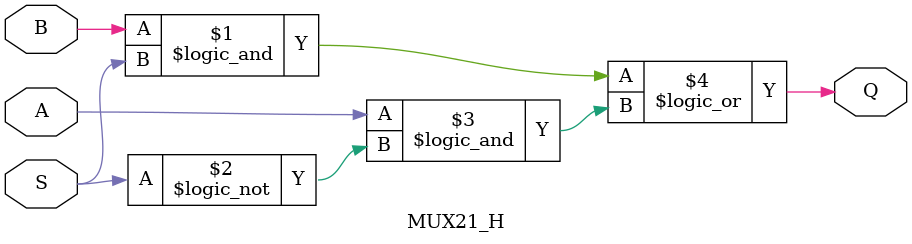
<source format=v>
`timescale 1ns/1ps

module INV1_H ( A, Q );
parameter delay = 5;
input A;
output Q;
  assign #delay Q = !A;
endmodule


module INV10_H ( A, Q );
parameter delay = 5;
input A;
output Q;
  assign #delay Q = !A;
endmodule


module BUF4_H ( A, Q ); 
parameter delay = 5;
input A;
output Q;
  assign #delay Q = A;
endmodule


module TIE0_H ( Q ); 
parameter delay = 5;
output Q;
  assign Q = 0;
endmodule


module TIE1_H ( Q ); 
parameter delay = 5;
output Q;
  assign Q = 1;
endmodule


module XNR21_H ( A, B, Q ); 
parameter delay = 5;
input A;
input B;
output Q;
  assign #delay Q = ! ( A ^ B );
endmodule


module XOR21_H ( A, B, Q ); 
parameter delay = 5;
input A;
input B;
output Q;
  assign #delay Q = ( A ^ B );
endmodule


module NAND21_H ( A, B, Q ); 
parameter delay = 5;
input A;
input B;
output Q;
  assign #delay Q = ! ( A && B );
endmodule


module NAND31_H ( A, B, C, Q ); 
parameter delay = 5;
input A;
input B;
input C;
output Q;
  assign #delay Q = ! ( A && B && C );
endmodule


module NAND41_H ( A, B, C, D, Q ); 
parameter delay = 5;
input A;
input B;
input C;
input D;
output Q;
  assign #delay Q = ! ( A && B && C && D );
endmodule


module NOR21_H ( A, B, Q ); 
parameter delay = 5;
input A;
input B;
output Q;
  assign #delay Q = ! ( A || B );
endmodule


module NOR31_H ( A, B, C, Q ); 
parameter delay = 5;

input A;
input B;
input C;
output Q;
  assign #delay Q = ! ( A || B || C );
endmodule


module NOR41_H ( A, B, C, D, Q ); 
parameter delay = 5;
input A;
input B;
input C;
input D;
output Q;
  assign #delay Q = ! ( A || B || C || D );
endmodule


module DFC1_H ( D, C, RN, Q, QN );
parameter delay = 5;
input D, C, RN;
output Q, QN;
reg Q, QN;
always @(posedge C or negedge RN)
  if ( ! RN )
    begin
      Q <= #delay 0;
      QN <= #delay 1;
    end
  else
    begin
      Q <= #delay D;
      QN <= #delay !D;
    end
endmodule


module MUX21_H ( A, B, S, Q ); 
parameter delay = 5;
input A;
input B;
input S;
output Q;
  assign Q = (B && S) || (A && (! S));
endmodule

</source>
